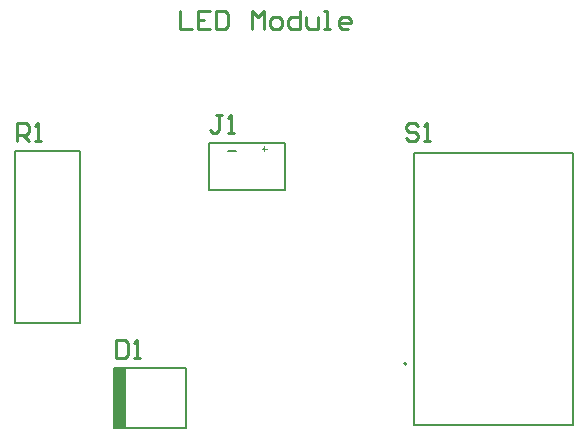
<source format=gbr>
%TF.GenerationSoftware,Altium Limited,Altium Designer,24.3.1 (35)*%
G04 Layer_Color=65535*
%FSLAX45Y45*%
%MOMM*%
%TF.SameCoordinates,E851E176-8CB6-418E-8C67-C8CBA5644839*%
%TF.FilePolarity,Positive*%
%TF.FileFunction,Legend,Top*%
%TF.Part,Single*%
G01*
G75*
%TA.AperFunction,NonConductor*%
%ADD17C,0.20000*%
%ADD18C,0.10160*%
%ADD19C,0.12700*%
%ADD20C,0.25400*%
%ADD21R,1.01600X5.08000*%
D17*
X8619900Y7086600D02*
G03*
X8619900Y7086600I-10000J0D01*
G01*
X5308600Y8750300D02*
Y8890000D01*
X5854700D01*
Y7429500D02*
Y8890000D01*
X5308600Y7429500D02*
X5854700D01*
X5308600D02*
Y8750300D01*
X7035800Y8559800D02*
X7594600D01*
X6946900D02*
X7035800D01*
X6946900Y8953500D02*
X7108825D01*
X7432675D02*
X7594600D01*
X7108825D02*
X7432675D01*
X6946900Y8559800D02*
Y8953500D01*
X7594600Y8559800D02*
Y8953500D01*
X7112000Y8890000D02*
X7175500D01*
X6146800Y6540500D02*
X6248400D01*
X6146800D02*
Y7048500D01*
X6756400D01*
Y6540500D02*
Y7048500D01*
X6248400Y6540500D02*
X6756400D01*
D18*
X7401470Y8902700D02*
G03*
X7416800Y8909050I0J21680D01*
G01*
Y8890000D02*
Y8928100D01*
Y8909050D02*
Y8928100D01*
X7401470Y8902700D02*
X7442200D01*
D19*
X8686900Y6572100D02*
Y8871100D01*
X10032900D01*
Y6572100D02*
Y8871100D01*
X8686900Y6572100D02*
X10032900D01*
D20*
X6705600Y10071051D02*
Y9918700D01*
X6807167D01*
X6959518Y10071051D02*
X6857951D01*
Y9918700D01*
X6959518D01*
X6857951Y9994875D02*
X6908734D01*
X7010301Y10071051D02*
Y9918700D01*
X7086477D01*
X7111869Y9944092D01*
Y10045659D01*
X7086477Y10071051D01*
X7010301D01*
X7315003Y9918700D02*
Y10071051D01*
X7365786Y10020267D01*
X7416570Y10071051D01*
Y9918700D01*
X7492745D02*
X7543529D01*
X7568921Y9944092D01*
Y9994875D01*
X7543529Y10020267D01*
X7492745D01*
X7467354Y9994875D01*
Y9944092D01*
X7492745Y9918700D01*
X7721272Y10071051D02*
Y9918700D01*
X7645096D01*
X7619704Y9944092D01*
Y9994875D01*
X7645096Y10020267D01*
X7721272D01*
X7772055D02*
Y9944092D01*
X7797447Y9918700D01*
X7873622D01*
Y10020267D01*
X7924406Y9918700D02*
X7975189D01*
X7949798D01*
Y10071051D01*
X7924406D01*
X8127540Y9918700D02*
X8076757D01*
X8051365Y9944092D01*
Y9994875D01*
X8076757Y10020267D01*
X8127540D01*
X8152932Y9994875D01*
Y9969483D01*
X8051365D01*
X5323840Y8976360D02*
Y9128711D01*
X5400015D01*
X5425407Y9103319D01*
Y9052535D01*
X5400015Y9027143D01*
X5323840D01*
X5374623D02*
X5425407Y8976360D01*
X5476191D02*
X5526974D01*
X5501583D01*
Y9128711D01*
X5476191Y9103319D01*
X8717247Y9100779D02*
X8691855Y9126171D01*
X8641072D01*
X8615680Y9100779D01*
Y9075387D01*
X8641072Y9049995D01*
X8691855D01*
X8717247Y9024603D01*
Y8999212D01*
X8691855Y8973820D01*
X8641072D01*
X8615680Y8999212D01*
X8768031Y8973820D02*
X8818814D01*
X8793423D01*
Y9126171D01*
X8768031Y9100779D01*
X7063707Y9192211D02*
X7012923D01*
X7038315D01*
Y9065252D01*
X7012923Y9039860D01*
X6987532D01*
X6962140Y9065252D01*
X7114491Y9039860D02*
X7165274D01*
X7139883D01*
Y9192211D01*
X7114491Y9166819D01*
X6162040Y7287211D02*
Y7134860D01*
X6238215D01*
X6263607Y7160252D01*
Y7261819D01*
X6238215Y7287211D01*
X6162040D01*
X6314391Y7134860D02*
X6365174D01*
X6339783D01*
Y7287211D01*
X6314391Y7261819D01*
D21*
X6197600Y6794500D02*
D03*
%TF.MD5,d3364bcec9d7ca8d04aa2aecc1ff0b2b*%
M02*

</source>
